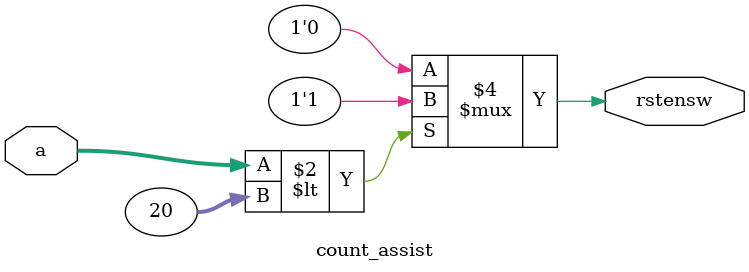
<source format=v>
`timescale 1ns / 1ps


module count_assist(
    input [15:0] a,
    output reg rstensw
    ); 
 parameter target = 20;
 always@(a)
 begin
 if(a<target)
 rstensw<=1;
 else
 rstensw <=0;
  end
endmodule

</source>
